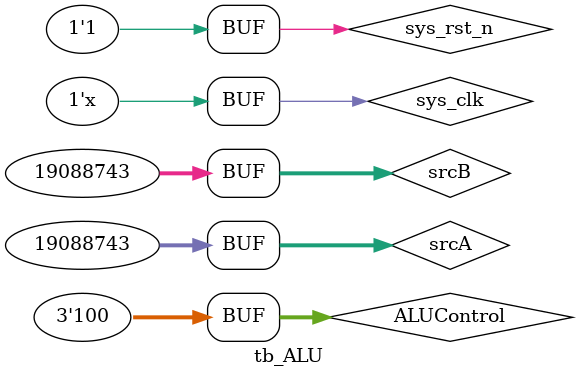
<source format=v>
`timescale 1ns/1ns 

module tb_ALU ();

parameter CLK_PERIOD = 20;
parameter DIV_CLK = 25;

reg         sys_clk;        
reg         sys_rst_n;

reg     [2:0]   ALUControl;
reg     [31:0]  srcA;
reg     [31:0]  srcB;

wire    [31:0]  result;
wire            zero;
wire            carrayOut;
wire            negative;
wire            overflow;

initial begin
    sys_clk     <= 1'b0;
    sys_rst_n   <= 1'b0;
    #110
    sys_rst_n   <= 1'b1;

    #20
    ALUControl  <= 3'b000; // add
    srcA        <= 32'h01234567;
    srcB        <= 32'h11111111;
    
    #20
    ALUControl  <= 3'b001; // sub
    srcA        <= 32'h01234567;
    srcB        <= 32'h11111111;
    
    #20
    ALUControl  <= 3'b010; // and
    srcA        <= 32'h01234567;
    srcB        <= 32'h11111111;
    
    #20
    ALUControl  <= 3'b100; // xor
    srcA        <= 32'h01234567;
    srcB        <= 32'h11111111;

    #20
    ALUControl  <= 3'b011; // or
    srcA        <= 32'h01234567;
    srcB        <= 32'h11111111;

    #20
    ALUControl  <= 3'b100; // sub
    srcA        <= 32'h01234567;
    srcB        <= 32'h01234567;
end


always  #(CLK_PERIOD / 2)   sys_clk  =  ~sys_clk;

ALU #(32) u_ALU ( 
    .clk_i              (sys_clk    ),
    .rst_i              (~sys_rst_n ),

    .ALUControl_i       (ALUControl ),
    .srcA_i             (srcA       ),
    .srcB_i             (srcB       ),

    .result_o           (result     ),
    .zero_o             (zero       ),
    .carrayOut_o        (carrayOut  ),
    .negative_o         (negative   ),
    .overflow_o         (overflow   )
);
endmodule
</source>
